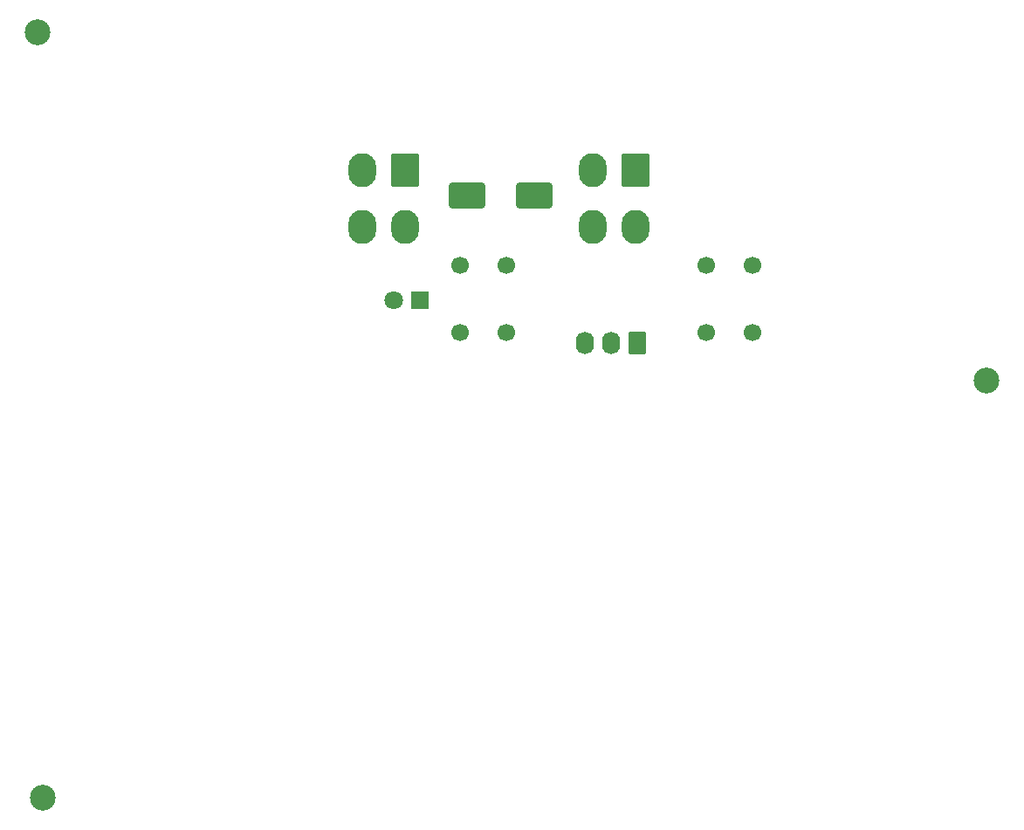
<source format=gbr>
%TF.GenerationSoftware,KiCad,Pcbnew,(6.0.9)*%
%TF.CreationDate,2023-01-27T19:59:26-09:00*%
%TF.ProjectId,EYEBROW WARNING INDICATOR_RIGHT,45594542-524f-4572-9057-41524e494e47,rev?*%
%TF.SameCoordinates,Original*%
%TF.FileFunction,Soldermask,Bot*%
%TF.FilePolarity,Negative*%
%FSLAX46Y46*%
G04 Gerber Fmt 4.6, Leading zero omitted, Abs format (unit mm)*
G04 Created by KiCad (PCBNEW (6.0.9)) date 2023-01-27 19:59:26*
%MOMM*%
%LPD*%
G01*
G04 APERTURE LIST*
G04 Aperture macros list*
%AMRoundRect*
0 Rectangle with rounded corners*
0 $1 Rounding radius*
0 $2 $3 $4 $5 $6 $7 $8 $9 X,Y pos of 4 corners*
0 Add a 4 corners polygon primitive as box body*
4,1,4,$2,$3,$4,$5,$6,$7,$8,$9,$2,$3,0*
0 Add four circle primitives for the rounded corners*
1,1,$1+$1,$2,$3*
1,1,$1+$1,$4,$5*
1,1,$1+$1,$6,$7*
1,1,$1+$1,$8,$9*
0 Add four rect primitives between the rounded corners*
20,1,$1+$1,$2,$3,$4,$5,0*
20,1,$1+$1,$4,$5,$6,$7,0*
20,1,$1+$1,$6,$7,$8,$9,0*
20,1,$1+$1,$8,$9,$2,$3,0*%
G04 Aperture macros list end*
%ADD10RoundRect,0.250000X1.500000X1.000000X-1.500000X1.000000X-1.500000X-1.000000X1.500000X-1.000000X0*%
%ADD11RoundRect,0.250001X1.099999X1.399999X-1.099999X1.399999X-1.099999X-1.399999X1.099999X-1.399999X0*%
%ADD12O,2.700000X3.300000*%
%ADD13RoundRect,0.250000X0.620000X0.845000X-0.620000X0.845000X-0.620000X-0.845000X0.620000X-0.845000X0*%
%ADD14O,1.740000X2.190000*%
%ADD15C,1.700000*%
%ADD16R,1.800000X1.800000*%
%ADD17C,1.800000*%
%ADD18C,2.500000*%
G04 APERTURE END LIST*
D10*
%TO.C,C1*%
X151573300Y-75272144D03*
X145073300Y-75272144D03*
%TD*%
D11*
%TO.C,J2*%
X139061300Y-72844144D03*
D12*
X134861300Y-72844144D03*
X139061300Y-78344144D03*
X134861300Y-78344144D03*
%TD*%
D11*
%TO.C,J1*%
X161413300Y-72844144D03*
D12*
X157213300Y-72844144D03*
X161413300Y-78344144D03*
X157213300Y-78344144D03*
%TD*%
D13*
%TO.C,J3*%
X161531300Y-89623143D03*
D14*
X158991300Y-89623143D03*
X156451300Y-89623143D03*
%TD*%
D15*
%TO.C,SW2*%
X148842849Y-82075596D03*
X148842849Y-88575596D03*
X144342849Y-82075596D03*
X144342849Y-88575596D03*
%TD*%
%TO.C,SW1*%
X168223049Y-88603396D03*
X168223049Y-82103396D03*
X172723049Y-88603396D03*
X172723049Y-82103396D03*
%TD*%
D16*
%TO.C,D1*%
X140449300Y-85432143D03*
D17*
X137909300Y-85432143D03*
%TD*%
D18*
%TO.C,H3*%
X103873299Y-133692144D03*
%TD*%
%TO.C,H2*%
X195440298Y-93273658D03*
%TD*%
%TO.C,H1*%
X103365299Y-59502298D03*
%TD*%
M02*

</source>
